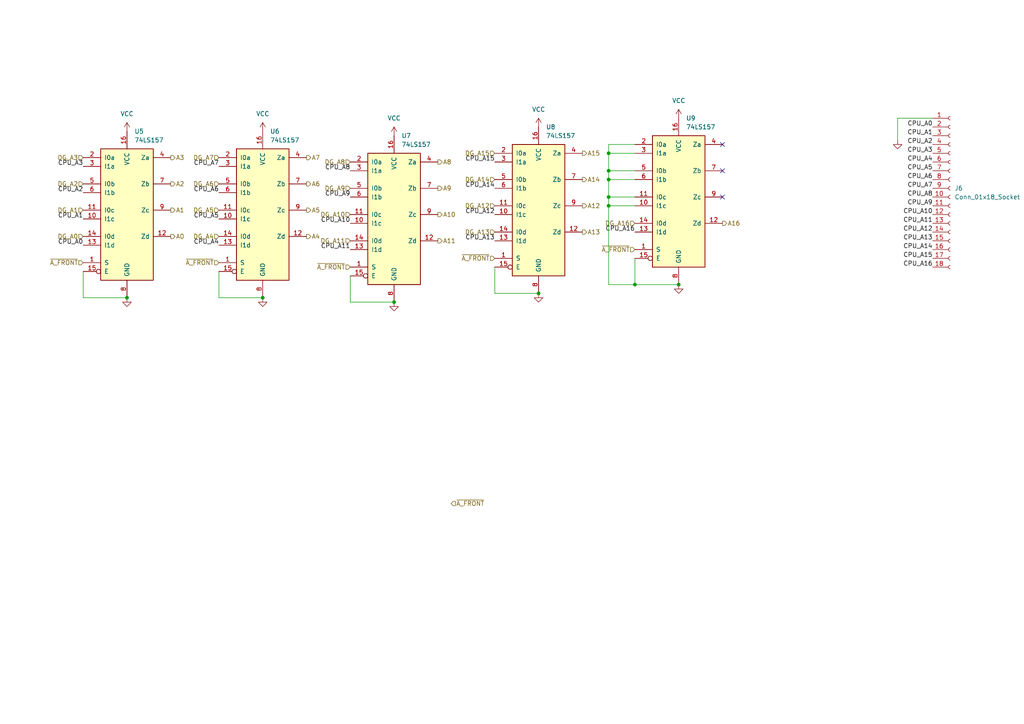
<source format=kicad_sch>
(kicad_sch (version 20250114) (generator "eeschema") (generator_version "9.0")
  (paper "A4")
  (lib_symbols
    (symbol "74xx:74LS157" (pin_names (offset 1.016))
      (property "Reference" "U" (at -7.62 19.05 0))
      (property "Value" "74LS157" (at -7.62 -21.59 0))
      (symbol "74LS157_1_0"
        (pin input line (at -12.7 15.24 0) (length 5.08) (name "I0a") (number "2"))
        (pin input line (at -12.7 12.7 0) (length 5.08) (name "I1a") (number "3"))
        (pin input line (at -12.7 7.62 0) (length 5.08) (name "I0b") (number "5"))
        (pin input line (at -12.7 5.08 0) (length 5.08) (name "I1b") (number "6"))
        (pin input line (at -12.7 0 0) (length 5.08) (name "I0c") (number "11"))
        (pin input line (at -12.7 -2.54 0) (length 5.08) (name "I1c") (number "10"))
        (pin input line (at -12.7 -7.62 0) (length 5.08) (name "I0d") (number "14"))
        (pin input line (at -12.7 -10.16 0) (length 5.08) (name "I1d") (number "13"))
        (pin input line (at -12.7 -15.24 0) (length 5.08) (name "S") (number "1"))
        (pin input inverted (at -12.7 -17.78 0) (length 5.08) (name "E") (number "15"))
        (pin power_in line (at 0 22.86 270) (length 5.08) (name "VCC") (number "16"))
        (pin power_in line (at 0 -25.4 90) (length 5.08) (name "GND") (number "8"))
        (pin output line (at 12.7 15.24 180) (length 5.08) (name "Za") (number "4"))
        (pin output line (at 12.7 7.62 180) (length 5.08) (name "Zb") (number "7"))
        (pin output line (at 12.7 0 180) (length 5.08) (name "Zc") (number "9"))
        (pin output line (at 12.7 -7.62 180) (length 5.08) (name "Zd") (number "12"))
      )
      (symbol "74LS157_1_1"
        (rectangle (start -7.62 17.78) (end 7.62 -20.32) (stroke (width 0.254)) (fill (type background)))
      )
    )
    (symbol "Connector:Conn_01x18_Socket" (pin_names (offset 1.016) (hide yes))
      (property "Reference" "J" (at 0 22.86 0))
      (property "Value" "Conn_01x18_Socket" (at 0 -25.4 0))
      (symbol "Conn_01x18_Socket_1_1"
        (polyline (pts (xy -1.27 20.32) (xy -0.508 20.32)) (stroke (width 0.1524)))
        (polyline (pts (xy -1.27 17.78) (xy -0.508 17.78)) (stroke (width 0.1524)))
        (polyline (pts (xy -1.27 15.24) (xy -0.508 15.24)) (stroke (width 0.1524)))
        (polyline (pts (xy -1.27 12.7) (xy -0.508 12.7)) (stroke (width 0.1524)))
        (polyline (pts (xy -1.27 10.16) (xy -0.508 10.16)) (stroke (width 0.1524)))
        (polyline (pts (xy -1.27 7.62) (xy -0.508 7.62)) (stroke (width 0.1524)))
        (polyline (pts (xy -1.27 5.08) (xy -0.508 5.08)) (stroke (width 0.1524)))
        (polyline (pts (xy -1.27 2.54) (xy -0.508 2.54)) (stroke (width 0.1524)))
        (polyline (pts (xy -1.27 0) (xy -0.508 0)) (stroke (width 0.1524)))
        (polyline (pts (xy -1.27 -2.54) (xy -0.508 -2.54)) (stroke (width 0.1524)))
        (polyline (pts (xy -1.27 -5.08) (xy -0.508 -5.08)) (stroke (width 0.1524)))
        (polyline (pts (xy -1.27 -7.62) (xy -0.508 -7.62)) (stroke (width 0.1524)))
        (polyline (pts (xy -1.27 -10.16) (xy -0.508 -10.16)) (stroke (width 0.1524)))
        (polyline (pts (xy -1.27 -12.7) (xy -0.508 -12.7)) (stroke (width 0.1524)))
        (polyline (pts (xy -1.27 -15.24) (xy -0.508 -15.24)) (stroke (width 0.1524)))
        (polyline (pts (xy -1.27 -17.78) (xy -0.508 -17.78)) (stroke (width 0.1524)))
        (polyline (pts (xy -1.27 -20.32) (xy -0.508 -20.32)) (stroke (width 0.1524)))
        (polyline (pts (xy -1.27 -22.86) (xy -0.508 -22.86)) (stroke (width 0.1524)))
        (arc (start 0 19.812) (mid -0.5058 20.32) (end 0 20.828) (stroke (width 0.1524)))
        (arc (start 0 17.272) (mid -0.5058 17.78) (end 0 18.288) (stroke (width 0.1524)))
        (arc (start 0 14.732) (mid -0.5058 15.24) (end 0 15.748) (stroke (width 0.1524)))
        (arc (start 0 12.192) (mid -0.5058 12.7) (end 0 13.208) (stroke (width 0.1524)))
        (arc (start 0 9.652) (mid -0.5058 10.16) (end 0 10.668) (stroke (width 0.1524)))
        (arc (start 0 7.112) (mid -0.5058 7.62) (end 0 8.128) (stroke (width 0.1524)))
        (arc (start 0 4.572) (mid -0.5058 5.08) (end 0 5.588) (stroke (width 0.1524)))
        (arc (start 0 2.032) (mid -0.5058 2.54) (end 0 3.048) (stroke (width 0.1524)))
        (arc (start 0 -0.508) (mid -0.5058 0) (end 0 0.508) (stroke (width 0.1524)))
        (arc (start 0 -3.048) (mid -0.5058 -2.54) (end 0 -2.032) (stroke (width 0.1524)))
        (arc (start 0 -5.588) (mid -0.5058 -5.08) (end 0 -4.572) (stroke (width 0.1524)))
        (arc (start 0 -8.128) (mid -0.5058 -7.62) (end 0 -7.112) (stroke (width 0.1524)))
        (arc (start 0 -10.668) (mid -0.5058 -10.16) (end 0 -9.652) (stroke (width 0.1524)))
        (arc (start 0 -13.208) (mid -0.5058 -12.7) (end 0 -12.192) (stroke (width 0.1524)))
        (arc (start 0 -15.748) (mid -0.5058 -15.24) (end 0 -14.732) (stroke (width 0.1524)))
        (arc (start 0 -18.288) (mid -0.5058 -17.78) (end 0 -17.272) (stroke (width 0.1524)))
        (arc (start 0 -20.828) (mid -0.5058 -20.32) (end 0 -19.812) (stroke (width 0.1524)))
        (arc (start 0 -23.368) (mid -0.5058 -22.86) (end 0 -22.352) (stroke (width 0.1524)))
        (pin passive line (at -5.08 20.32 0) (length 3.81) (name "Pin_1") (number "1"))
        (pin passive line (at -5.08 17.78 0) (length 3.81) (name "Pin_2") (number "2"))
        (pin passive line (at -5.08 15.24 0) (length 3.81) (name "Pin_3") (number "3"))
        (pin passive line (at -5.08 12.7 0) (length 3.81) (name "Pin_4") (number "4"))
        (pin passive line (at -5.08 10.16 0) (length 3.81) (name "Pin_5") (number "5"))
        (pin passive line (at -5.08 7.62 0) (length 3.81) (name "Pin_6") (number "6"))
        (pin passive line (at -5.08 5.08 0) (length 3.81) (name "Pin_7") (number "7"))
        (pin passive line (at -5.08 2.54 0) (length 3.81) (name "Pin_8") (number "8"))
        (pin passive line (at -5.08 0 0) (length 3.81) (name "Pin_9") (number "9"))
        (pin passive line (at -5.08 -2.54 0) (length 3.81) (name "Pin_10") (number "10"))
        (pin passive line (at -5.08 -5.08 0) (length 3.81) (name "Pin_11") (number "11"))
        (pin passive line (at -5.08 -7.62 0) (length 3.81) (name "Pin_12") (number "12"))
        (pin passive line (at -5.08 -10.16 0) (length 3.81) (name "Pin_13") (number "13"))
        (pin passive line (at -5.08 -12.7 0) (length 3.81) (name "Pin_14") (number "14"))
        (pin passive line (at -5.08 -15.24 0) (length 3.81) (name "Pin_15") (number "15"))
        (pin passive line (at -5.08 -17.78 0) (length 3.81) (name "Pin_16") (number "16"))
        (pin passive line (at -5.08 -20.32 0) (length 3.81) (name "Pin_17") (number "17"))
        (pin passive line (at -5.08 -22.86 0) (length 3.81) (name "Pin_18") (number "18"))
      )
    )
    (symbol "power:GND" (power) (pin_names (offset 0))
      (property "Value" "GND" (at 0 -3.81 0))
      (symbol "GND_0_1"
        (polyline (pts (xy 0 0) (xy 0 -1.27) (xy 1.27 -1.27) (xy 0 -2.54) (xy -1.27 -1.27) (xy 0 -1.27)))
      )
      (symbol "GND_1_1"
        (pin power_in line (at 0 0 270) (length 0) (hide yes) (name "GND") (number "1"))
      )
    )
    (symbol "power:VCC" (power) (pin_names (offset 0))
      (property "Value" "VCC" (at 0 3.81 0))
      (symbol "VCC_0_1"
        (polyline (pts (xy -0.762 1.27) (xy 0 2.54)))
        (polyline (pts (xy 0 2.54) (xy 0.762 1.27)))
        (polyline (pts (xy 0 0) (xy 0 2.54)))
      )
      (symbol "VCC_1_1"
        (pin power_in line (at 0 0 90) (length 0) (hide yes) (name "VCC") (number "1"))
      )
    )
  )
  (junction (at 156.21 85.09))
  (junction (at 36.83 86.36))
  (junction (at 176.53 49.53))
  (junction (at 196.85 82.55))
  (junction (at 76.2 86.36))
  (junction (at 176.53 44.45))
  (junction (at 176.53 59.69))
  (junction (at 184.15 82.55))
  (junction (at 176.53 57.15))
  (junction (at 176.53 52.07))
  (junction (at 114.3 87.63))
  (no_connect (at 209.55 49.53))
  (no_connect (at 209.55 57.15))
  (no_connect (at 209.55 41.91))
  (wire (pts (xy 176.53 57.15) (xy 184.15 57.15)))
  (wire (pts (xy 176.53 49.53) (xy 184.15 49.53)))
  (wire (pts (xy 176.53 59.69) (xy 176.53 82.55)))
  (wire (pts (xy 260.35 34.29) (xy 270.51 34.29)))
  (wire (pts (xy 176.53 49.53) (xy 176.53 52.07)))
  (wire (pts (xy 24.13 86.36) (xy 36.83 86.36)))
  (wire (pts (xy 184.15 82.55) (xy 176.53 82.55)))
  (wire (pts (xy 176.53 52.07) (xy 176.53 57.15)))
  (wire (pts (xy 176.53 41.91) (xy 184.15 41.91)))
  (wire (pts (xy 101.6 87.63) (xy 114.3 87.63)))
  (wire (pts (xy 176.53 52.07) (xy 184.15 52.07)))
  (wire (pts (xy 143.51 77.47) (xy 143.51 85.09)))
  (wire (pts (xy 63.5 78.74) (xy 63.5 86.36)))
  (wire (pts (xy 176.53 49.53) (xy 176.53 44.45)))
  (wire (pts (xy 260.35 40.64) (xy 260.35 34.29)))
  (wire (pts (xy 196.85 82.55) (xy 184.15 82.55)))
  (wire (pts (xy 63.5 86.36) (xy 76.2 86.36)))
  (wire (pts (xy 176.53 44.45) (xy 184.15 44.45)))
  (wire (pts (xy 176.53 44.45) (xy 176.53 41.91)))
  (wire (pts (xy 184.15 74.93) (xy 184.15 82.55)))
  (wire (pts (xy 143.51 85.09) (xy 156.21 85.09)))
  (wire (pts (xy 176.53 59.69) (xy 184.15 59.69)))
  (wire (pts (xy 101.6 80.01) (xy 101.6 87.63)))
  (wire (pts (xy 176.53 57.15) (xy 176.53 59.69)))
  (wire (pts (xy 24.13 78.74) (xy 24.13 86.36)))
  (label "CPU_A16" (at 184.15 67.31 180))
  (label "CPU_A0" (at 24.13 71.12 180))
  (label "CPU_A8" (at 101.6 49.53 180))
  (label "CPU_A6" (at 63.5 55.88 180))
  (label "CPU_A4" (at 270.51 46.99 180))
  (label "CPU_A3" (at 270.51 44.45 180))
  (label "CPU_A14" (at 270.51 72.39 180))
  (label "CPU_A12" (at 270.51 67.31 180))
  (label "CPU_A13" (at 143.51 69.85 180))
  (label "CPU_A11" (at 101.6 72.39 180))
  (label "CPU_A1" (at 24.13 63.5 180))
  (label "CPU_A0" (at 270.51 36.83 180))
  (label "CPU_A14" (at 143.51 54.61 180))
  (label "CPU_A10" (at 101.6 64.77 180))
  (label "CPU_A9" (at 101.6 57.15 180))
  (label "CPU_A12" (at 143.51 62.23 180))
  (label "CPU_A4" (at 63.5 71.12 180))
  (label "CPU_A11" (at 270.51 64.77 180))
  (label "CPU_A3" (at 24.13 48.26 180))
  (label "CPU_A1" (at 270.51 39.37 180))
  (label "CPU_A5" (at 270.51 49.53 180))
  (label "CPU_A2" (at 270.51 41.91 180))
  (label "CPU_A10" (at 270.51 62.23 180))
  (label "CPU_A7" (at 63.5 48.26 180))
  (label "CPU_A9" (at 270.51 59.69 180))
  (label "CPU_A2" (at 24.13 55.88 180))
  (label "CPU_A13" (at 270.51 69.85 180))
  (label "CPU_A16" (at 270.51 77.47 180))
  (label "CPU_A15" (at 270.51 74.93 180))
  (label "CPU_A15" (at 143.51 46.99 180))
  (label "CPU_A8" (at 270.51 57.15 180))
  (label "CPU_A6" (at 270.51 52.07 180))
  (label "CPU_A7" (at 270.51 54.61 180))
  (label "CPU_A5" (at 63.5 63.5 180))
  (hierarchical_label "~{A_FRONT}" (shape input) (at 63.5 76.2 180))
  (hierarchical_label "A12" (shape output) (at 168.91 59.69 0))
  (hierarchical_label "A6" (shape output) (at 88.9 53.34 0))
  (hierarchical_label "DG_A11" (shape input) (at 101.6 69.85 180))
  (hierarchical_label "DG_A2" (shape input) (at 24.13 53.34 180))
  (hierarchical_label "A8" (shape output) (at 127 46.99 0))
  (hierarchical_label "A5" (shape output) (at 88.9 60.96 0))
  (hierarchical_label "A11" (shape output) (at 127 69.85 0))
  (hierarchical_label "DG_A14" (shape input) (at 143.51 52.07 180))
  (hierarchical_label "A0" (shape output) (at 49.53 68.58 0))
  (hierarchical_label "DG_A5" (shape input) (at 63.5 60.96 180))
  (hierarchical_label "A3" (shape output) (at 49.53 45.72 0))
  (hierarchical_label "A2" (shape output) (at 49.53 53.34 0))
  (hierarchical_label "DG_A0" (shape input) (at 24.13 68.58 180))
  (hierarchical_label "DG_A9" (shape input) (at 101.6 54.61 180))
  (hierarchical_label "DG_A7" (shape input) (at 63.5 45.72 180))
  (hierarchical_label "DG_A12" (shape input) (at 143.51 59.69 180))
  (hierarchical_label "A4" (shape output) (at 88.9 68.58 0))
  (hierarchical_label "DG_A8" (shape input) (at 101.6 46.99 180))
  (hierarchical_label "DG_A6" (shape input) (at 63.5 53.34 180))
  (hierarchical_label "A15" (shape output) (at 168.91 44.45 0))
  (hierarchical_label "A13" (shape output) (at 168.91 67.31 0))
  (hierarchical_label "~{A_FRONT}" (shape input) (at 24.13 76.2 180))
  (hierarchical_label "DG_A13" (shape input) (at 143.51 67.31 180))
  (hierarchical_label "~{A_FRONT}" (shape input) (at 101.6 77.47 180))
  (hierarchical_label "~{A_FRONT}" (shape input) (at 184.15 72.39 180))
  (hierarchical_label "DG_A16" (shape input) (at 184.15 64.77 180))
  (hierarchical_label "DG_A3" (shape input) (at 24.13 45.72 180))
  (hierarchical_label "DG_A4" (shape input) (at 63.5 68.58 180))
  (hierarchical_label "A7" (shape output) (at 88.9 45.72 0))
  (hierarchical_label "~{A_FRONT}" (shape input) (at 130.81 146.05 0))
  (hierarchical_label "A14" (shape output) (at 168.91 52.07 0))
  (hierarchical_label "DG_A1" (shape input) (at 24.13 60.96 180))
  (hierarchical_label "A10" (shape output) (at 127 62.23 0))
  (hierarchical_label "~{A_FRONT}" (shape input) (at 143.51 74.93 180))
  (hierarchical_label "A16" (shape output) (at 209.55 64.77 0))
  (hierarchical_label "A1" (shape output) (at 49.53 60.96 0))
  (hierarchical_label "DG_A15" (shape input) (at 143.51 44.45 180))
  (hierarchical_label "A9" (shape output) (at 127 54.61 0))
  (hierarchical_label "DG_A10" (shape input) (at 101.6 62.23 180))
  (symbol (lib_id "power:GND") (at 76.2 86.36 0) (unit 1)
    (property "Reference" "#PWR034" (effects (hide yes)))
    (property "Value" "GND" (effects (hide yes)))
  )
  (symbol (lib_id "power:GND") (at 36.83 86.36 0) (unit 1)
    (property "Reference" "#PWR035" (effects (hide yes)))
    (property "Value" "GND" (effects (hide yes)))
  )
  (symbol (lib_id "74xx:74LS157") (at 36.83 60.96 0) (unit 1)
    (property "Reference" "U5" (at 38.9733 38.1 0) (effects (justify left)))
    (property "Value" "74LS157" (at 38.9733 40.64 0) (effects (justify left)))
    (property "Footprint" "Package_SO:SO-16_3.9x9.9mm_P1.27mm" (effects (hide yes)))
    (property "Datasheet" "http://www.ti.com/lit/gpn/sn74LS157" (effects (hide yes)))
    (property "Description" "Quad 2 to 1 line Multiplexer" (effects (hide yes)))
  )
  (symbol (lib_id "power:VCC") (at 196.85 34.29 0) (mirror y) (unit 1)
    (property "Reference" "#PWR045" (effects (hide yes)))
    (property "Value" "VCC" (at 196.85 29.21 0))
  )
  (symbol (lib_id "power:GND") (at 260.35 40.64 0) (unit 1)
    (property "Reference" "#PWR053" (effects (hide yes)))
    (property "Value" "GND" (effects (hide yes)))
  )
  (symbol (lib_id "74xx:74LS157") (at 156.21 59.69 0) (unit 1)
    (property "Reference" "U8" (at 158.3533 36.83 0) (effects (justify left)))
    (property "Value" "74LS157" (at 158.3533 39.37 0) (effects (justify left)))
    (property "Footprint" "Package_SO:SO-16_3.9x9.9mm_P1.27mm" (effects (hide yes)))
    (property "Datasheet" "http://www.ti.com/lit/gpn/sn74LS157" (effects (hide yes)))
    (property "Description" "Quad 2 to 1 line Multiplexer" (effects (hide yes)))
  )
  (symbol (lib_id "74xx:74LS157") (at 114.3 62.23 0) (unit 1)
    (property "Reference" "U7" (at 116.4433 39.37 0) (effects (justify left)))
    (property "Value" "74LS157" (at 116.4433 41.91 0) (effects (justify left)))
    (property "Footprint" "Package_SO:SO-16_3.9x9.9mm_P1.27mm" (effects (hide yes)))
    (property "Datasheet" "http://www.ti.com/lit/gpn/sn74LS157" (effects (hide yes)))
    (property "Description" "Quad 2 to 1 line Multiplexer" (effects (hide yes)))
  )
  (symbol (lib_id "74xx:74LS157") (at 76.2 60.96 0) (unit 1)
    (property "Reference" "U6" (at 78.3433 38.1 0) (effects (justify left)))
    (property "Value" "74LS157" (at 78.3433 40.64 0) (effects (justify left)))
    (property "Footprint" "Package_SO:SO-16_3.9x9.9mm_P1.27mm" (effects (hide yes)))
    (property "Datasheet" "http://www.ti.com/lit/gpn/sn74LS157" (effects (hide yes)))
    (property "Description" "Quad 2 to 1 line Multiplexer" (effects (hide yes)))
  )
  (symbol (lib_id "power:GND") (at 114.3 87.63 0) (unit 1)
    (property "Reference" "#PWR033" (effects (hide yes)))
    (property "Value" "GND" (effects (hide yes)))
  )
  (symbol (lib_id "power:GND") (at 156.21 85.09 0) (unit 1)
    (property "Reference" "#PWR032" (effects (hide yes)))
    (property "Value" "GND" (effects (hide yes)))
  )
  (symbol (lib_id "power:VCC") (at 114.3 39.37 0) (mirror y) (unit 1)
    (property "Reference" "#PWR047" (effects (hide yes)))
    (property "Value" "VCC" (at 114.3 34.29 0))
  )
  (symbol (lib_id "power:VCC") (at 156.21 36.83 0) (mirror y) (unit 1)
    (property "Reference" "#PWR046" (effects (hide yes)))
    (property "Value" "VCC" (at 156.21 31.75 0))
  )
  (symbol (lib_id "power:VCC") (at 36.83 38.1 0) (mirror y) (unit 1)
    (property "Reference" "#PWR049" (effects (hide yes)))
    (property "Value" "VCC" (at 36.83 33.02 0))
  )
  (symbol (lib_id "power:GND") (at 196.85 82.55 0) (unit 1)
    (property "Reference" "#PWR031" (effects (hide yes)))
    (property "Value" "GND" (effects (hide yes)))
  )
  (symbol (lib_id "power:VCC") (at 76.2 38.1 0) (mirror y) (unit 1)
    (property "Reference" "#PWR048" (effects (hide yes)))
    (property "Value" "VCC" (at 76.2 33.02 0))
  )
  (symbol (lib_id "Connector:Conn_01x18_Socket") (at 275.59 54.61 0) (unit 1)
    (property "Reference" "J6" (at 276.86 54.6099 0) (effects (justify left)))
    (property "Value" "Conn_01x18_Socket" (at 276.86 57.1499 0) (effects (justify left)))
    (property "Footprint" "Connector_PinHeader_2.54mm:PinHeader_1x18_P2.54mm_Vertical" (effects (hide yes)))
    (property "Description" "Generic connector, single row, 01x18, script generated" (effects (hide yes)))
  )
  (symbol (lib_id "74xx:74LS157") (at 196.85 57.15 0) (unit 1)
    (property "Reference" "U9" (at 198.9933 34.29 0) (effects (justify left)))
    (property "Value" "74LS157" (at 198.9933 36.83 0) (effects (justify left)))
    (property "Footprint" "Package_SO:SO-16_3.9x9.9mm_P1.27mm" (effects (hide yes)))
    (property "Datasheet" "http://www.ti.com/lit/gpn/sn74LS157" (effects (hide yes)))
    (property "Description" "Quad 2 to 1 line Multiplexer" (effects (hide yes)))
  )
)
</source>
